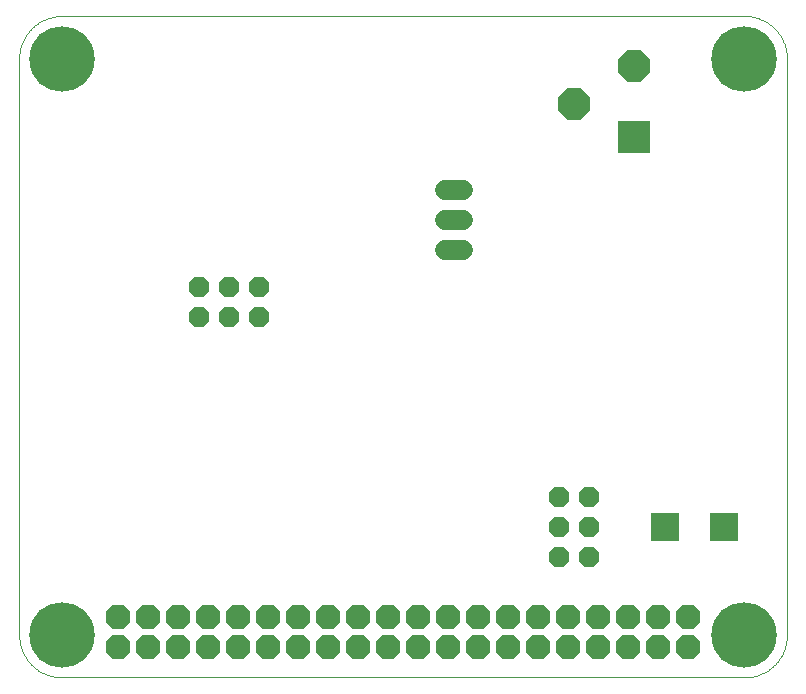
<source format=gbs>
G75*
%MOIN*%
%OFA0B0*%
%FSLAX25Y25*%
%IPPOS*%
%LPD*%
%AMOC8*
5,1,8,0,0,1.08239X$1,22.5*
%
%ADD10C,0.00000*%
%ADD11C,0.21800*%
%ADD12C,0.06800*%
%ADD13OC8,0.06800*%
%ADD14R,0.09400X0.09400*%
%ADD15R,0.10800X0.10800*%
%ADD16OC8,0.10800*%
%ADD17OC8,0.08200*%
D10*
X0016773Y0004109D02*
X0244332Y0004109D01*
X0244674Y0004113D01*
X0245017Y0004126D01*
X0245359Y0004146D01*
X0245700Y0004175D01*
X0246040Y0004212D01*
X0246380Y0004258D01*
X0246718Y0004311D01*
X0247055Y0004373D01*
X0247390Y0004443D01*
X0247724Y0004521D01*
X0248055Y0004607D01*
X0248385Y0004701D01*
X0248712Y0004803D01*
X0249036Y0004912D01*
X0249358Y0005030D01*
X0249677Y0005155D01*
X0249992Y0005288D01*
X0250305Y0005429D01*
X0250613Y0005577D01*
X0250919Y0005732D01*
X0251220Y0005895D01*
X0251517Y0006065D01*
X0251810Y0006242D01*
X0252099Y0006427D01*
X0252383Y0006618D01*
X0252663Y0006816D01*
X0252937Y0007020D01*
X0253207Y0007232D01*
X0253471Y0007449D01*
X0253730Y0007673D01*
X0253984Y0007904D01*
X0254232Y0008140D01*
X0254474Y0008382D01*
X0254710Y0008630D01*
X0254941Y0008884D01*
X0255165Y0009143D01*
X0255382Y0009407D01*
X0255594Y0009677D01*
X0255798Y0009951D01*
X0255996Y0010231D01*
X0256187Y0010515D01*
X0256372Y0010804D01*
X0256549Y0011097D01*
X0256719Y0011394D01*
X0256882Y0011695D01*
X0257037Y0012001D01*
X0257185Y0012309D01*
X0257326Y0012622D01*
X0257459Y0012937D01*
X0257584Y0013256D01*
X0257702Y0013578D01*
X0257811Y0013902D01*
X0257913Y0014229D01*
X0258007Y0014559D01*
X0258093Y0014890D01*
X0258171Y0015224D01*
X0258241Y0015559D01*
X0258303Y0015896D01*
X0258356Y0016234D01*
X0258402Y0016574D01*
X0258439Y0016914D01*
X0258468Y0017255D01*
X0258488Y0017597D01*
X0258501Y0017940D01*
X0258505Y0018282D01*
X0258506Y0018282D02*
X0258506Y0210408D01*
X0258505Y0210408D02*
X0258501Y0210750D01*
X0258488Y0211093D01*
X0258468Y0211435D01*
X0258439Y0211776D01*
X0258402Y0212116D01*
X0258356Y0212456D01*
X0258303Y0212794D01*
X0258241Y0213131D01*
X0258171Y0213466D01*
X0258093Y0213800D01*
X0258007Y0214131D01*
X0257913Y0214461D01*
X0257811Y0214788D01*
X0257702Y0215112D01*
X0257584Y0215434D01*
X0257459Y0215753D01*
X0257326Y0216068D01*
X0257185Y0216381D01*
X0257037Y0216689D01*
X0256882Y0216995D01*
X0256719Y0217296D01*
X0256549Y0217593D01*
X0256372Y0217886D01*
X0256187Y0218175D01*
X0255996Y0218459D01*
X0255798Y0218739D01*
X0255594Y0219013D01*
X0255382Y0219283D01*
X0255165Y0219547D01*
X0254941Y0219806D01*
X0254710Y0220060D01*
X0254474Y0220308D01*
X0254232Y0220550D01*
X0253984Y0220786D01*
X0253730Y0221017D01*
X0253471Y0221241D01*
X0253207Y0221458D01*
X0252937Y0221670D01*
X0252663Y0221874D01*
X0252383Y0222072D01*
X0252099Y0222263D01*
X0251810Y0222448D01*
X0251517Y0222625D01*
X0251220Y0222795D01*
X0250919Y0222958D01*
X0250613Y0223113D01*
X0250305Y0223261D01*
X0249992Y0223402D01*
X0249677Y0223535D01*
X0249358Y0223660D01*
X0249036Y0223778D01*
X0248712Y0223887D01*
X0248385Y0223989D01*
X0248055Y0224083D01*
X0247724Y0224169D01*
X0247390Y0224247D01*
X0247055Y0224317D01*
X0246718Y0224379D01*
X0246380Y0224432D01*
X0246040Y0224478D01*
X0245700Y0224515D01*
X0245359Y0224544D01*
X0245017Y0224564D01*
X0244674Y0224577D01*
X0244332Y0224581D01*
X0016773Y0224581D01*
X0016431Y0224577D01*
X0016088Y0224564D01*
X0015746Y0224544D01*
X0015405Y0224515D01*
X0015065Y0224478D01*
X0014725Y0224432D01*
X0014387Y0224379D01*
X0014050Y0224317D01*
X0013715Y0224247D01*
X0013381Y0224169D01*
X0013050Y0224083D01*
X0012720Y0223989D01*
X0012393Y0223887D01*
X0012069Y0223778D01*
X0011747Y0223660D01*
X0011428Y0223535D01*
X0011113Y0223402D01*
X0010800Y0223261D01*
X0010492Y0223113D01*
X0010186Y0222958D01*
X0009885Y0222795D01*
X0009588Y0222625D01*
X0009295Y0222448D01*
X0009006Y0222263D01*
X0008722Y0222072D01*
X0008442Y0221874D01*
X0008168Y0221670D01*
X0007898Y0221458D01*
X0007634Y0221241D01*
X0007375Y0221017D01*
X0007121Y0220786D01*
X0006873Y0220550D01*
X0006631Y0220308D01*
X0006395Y0220060D01*
X0006164Y0219806D01*
X0005940Y0219547D01*
X0005723Y0219283D01*
X0005511Y0219013D01*
X0005307Y0218739D01*
X0005109Y0218459D01*
X0004918Y0218175D01*
X0004733Y0217886D01*
X0004556Y0217593D01*
X0004386Y0217296D01*
X0004223Y0216995D01*
X0004068Y0216689D01*
X0003920Y0216381D01*
X0003779Y0216068D01*
X0003646Y0215753D01*
X0003521Y0215434D01*
X0003403Y0215112D01*
X0003294Y0214788D01*
X0003192Y0214461D01*
X0003098Y0214131D01*
X0003012Y0213800D01*
X0002934Y0213466D01*
X0002864Y0213131D01*
X0002802Y0212794D01*
X0002749Y0212456D01*
X0002703Y0212116D01*
X0002666Y0211776D01*
X0002637Y0211435D01*
X0002617Y0211093D01*
X0002604Y0210750D01*
X0002600Y0210408D01*
X0002600Y0018282D01*
X0002604Y0017940D01*
X0002617Y0017597D01*
X0002637Y0017255D01*
X0002666Y0016914D01*
X0002703Y0016574D01*
X0002749Y0016234D01*
X0002802Y0015896D01*
X0002864Y0015559D01*
X0002934Y0015224D01*
X0003012Y0014890D01*
X0003098Y0014559D01*
X0003192Y0014229D01*
X0003294Y0013902D01*
X0003403Y0013578D01*
X0003521Y0013256D01*
X0003646Y0012937D01*
X0003779Y0012622D01*
X0003920Y0012309D01*
X0004068Y0012001D01*
X0004223Y0011695D01*
X0004386Y0011394D01*
X0004556Y0011097D01*
X0004733Y0010804D01*
X0004918Y0010515D01*
X0005109Y0010231D01*
X0005307Y0009951D01*
X0005511Y0009677D01*
X0005723Y0009407D01*
X0005940Y0009143D01*
X0006164Y0008884D01*
X0006395Y0008630D01*
X0006631Y0008382D01*
X0006873Y0008140D01*
X0007121Y0007904D01*
X0007375Y0007673D01*
X0007634Y0007449D01*
X0007898Y0007232D01*
X0008168Y0007020D01*
X0008442Y0006816D01*
X0008722Y0006618D01*
X0009006Y0006427D01*
X0009295Y0006242D01*
X0009588Y0006065D01*
X0009885Y0005895D01*
X0010186Y0005732D01*
X0010492Y0005577D01*
X0010800Y0005429D01*
X0011113Y0005288D01*
X0011428Y0005155D01*
X0011747Y0005030D01*
X0012069Y0004912D01*
X0012393Y0004803D01*
X0012720Y0004701D01*
X0013050Y0004607D01*
X0013381Y0004521D01*
X0013715Y0004443D01*
X0014050Y0004373D01*
X0014387Y0004311D01*
X0014725Y0004258D01*
X0015065Y0004212D01*
X0015405Y0004175D01*
X0015746Y0004146D01*
X0016088Y0004126D01*
X0016431Y0004113D01*
X0016773Y0004109D01*
D11*
X0016773Y0018282D03*
X0016773Y0210408D03*
X0244332Y0210408D03*
X0244332Y0018282D03*
D12*
X0150600Y0146609D02*
X0144600Y0146609D01*
X0144600Y0156609D02*
X0150600Y0156609D01*
X0150600Y0166609D02*
X0144600Y0166609D01*
D13*
X0082600Y0134109D03*
X0072600Y0134109D03*
X0062600Y0134109D03*
X0062600Y0124109D03*
X0072600Y0124109D03*
X0082600Y0124109D03*
X0182600Y0064109D03*
X0192600Y0064109D03*
X0192600Y0054109D03*
X0182600Y0054109D03*
X0182600Y0044109D03*
X0192600Y0044109D03*
D14*
X0217915Y0054109D03*
X0237600Y0054109D03*
D15*
X0207600Y0184109D03*
D16*
X0187600Y0195359D03*
X0207600Y0207859D03*
D17*
X0205541Y0024117D03*
X0215541Y0024117D03*
X0225541Y0024117D03*
X0225541Y0014117D03*
X0215541Y0014117D03*
X0205541Y0014117D03*
X0195541Y0014117D03*
X0185541Y0014117D03*
X0175541Y0014117D03*
X0165541Y0014117D03*
X0155541Y0014117D03*
X0145541Y0014117D03*
X0135541Y0014117D03*
X0125541Y0014117D03*
X0115541Y0014117D03*
X0105541Y0014117D03*
X0095541Y0014117D03*
X0085541Y0014117D03*
X0075541Y0014117D03*
X0065541Y0014117D03*
X0055541Y0014117D03*
X0045541Y0014117D03*
X0035541Y0014117D03*
X0035541Y0024117D03*
X0045541Y0024117D03*
X0055541Y0024117D03*
X0065541Y0024117D03*
X0075541Y0024117D03*
X0085541Y0024117D03*
X0095541Y0024117D03*
X0105541Y0024117D03*
X0115541Y0024117D03*
X0125541Y0024117D03*
X0135541Y0024117D03*
X0145541Y0024117D03*
X0155541Y0024117D03*
X0165541Y0024117D03*
X0175541Y0024117D03*
X0185541Y0024117D03*
X0195541Y0024117D03*
M02*

</source>
